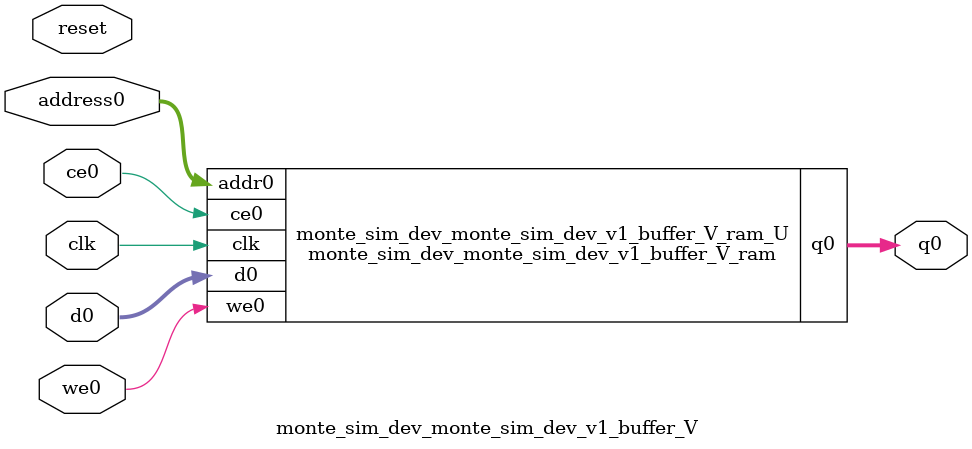
<source format=v>
`timescale 1 ns / 1 ps
module monte_sim_dev_monte_sim_dev_v1_buffer_V_ram (addr0, ce0, d0, we0, q0,  clk);

parameter DWIDTH = 32;
parameter AWIDTH = 10;
parameter MEM_SIZE = 1024;

input[AWIDTH-1:0] addr0;
input ce0;
input[DWIDTH-1:0] d0;
input we0;
output reg[DWIDTH-1:0] q0;
input clk;

(* ram_style = "block" *)reg [DWIDTH-1:0] ram[0:MEM_SIZE-1];




always @(posedge clk)  
begin 
    if (ce0) begin
        if (we0) 
            ram[addr0] <= d0; 
        q0 <= ram[addr0];
    end
end


endmodule

`timescale 1 ns / 1 ps
module monte_sim_dev_monte_sim_dev_v1_buffer_V(
    reset,
    clk,
    address0,
    ce0,
    we0,
    d0,
    q0);

parameter DataWidth = 32'd32;
parameter AddressRange = 32'd1024;
parameter AddressWidth = 32'd10;
input reset;
input clk;
input[AddressWidth - 1:0] address0;
input ce0;
input we0;
input[DataWidth - 1:0] d0;
output[DataWidth - 1:0] q0;



monte_sim_dev_monte_sim_dev_v1_buffer_V_ram monte_sim_dev_monte_sim_dev_v1_buffer_V_ram_U(
    .clk( clk ),
    .addr0( address0 ),
    .ce0( ce0 ),
    .we0( we0 ),
    .d0( d0 ),
    .q0( q0 ));

endmodule


</source>
